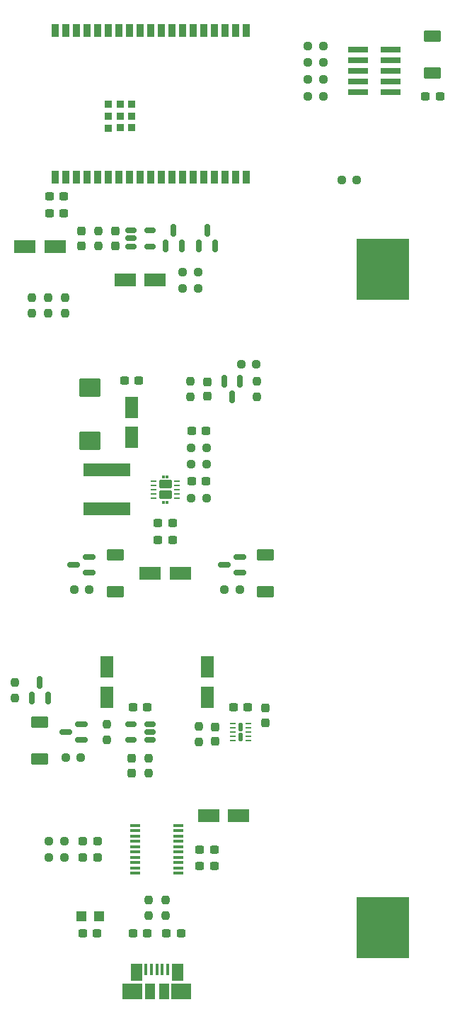
<source format=gbr>
G04 #@! TF.GenerationSoftware,KiCad,Pcbnew,8.0.5-8.0.5-0~ubuntu24.04.1*
G04 #@! TF.CreationDate,2024-10-26T16:25:55+03:00*
G04 #@! TF.ProjectId,esp32-main,65737033-322d-46d6-9169-6e2e6b696361,B*
G04 #@! TF.SameCoordinates,Original*
G04 #@! TF.FileFunction,Paste,Top*
G04 #@! TF.FilePolarity,Positive*
%FSLAX46Y46*%
G04 Gerber Fmt 4.6, Leading zero omitted, Abs format (unit mm)*
G04 Created by KiCad (PCBNEW 8.0.5-8.0.5-0~ubuntu24.04.1) date 2024-10-26 16:25:55*
%MOMM*%
%LPD*%
G01*
G04 APERTURE LIST*
G04 Aperture macros list*
%AMRoundRect*
0 Rectangle with rounded corners*
0 $1 Rounding radius*
0 $2 $3 $4 $5 $6 $7 $8 $9 X,Y pos of 4 corners*
0 Add a 4 corners polygon primitive as box body*
4,1,4,$2,$3,$4,$5,$6,$7,$8,$9,$2,$3,0*
0 Add four circle primitives for the rounded corners*
1,1,$1+$1,$2,$3*
1,1,$1+$1,$4,$5*
1,1,$1+$1,$6,$7*
1,1,$1+$1,$8,$9*
0 Add four rect primitives between the rounded corners*
20,1,$1+$1,$2,$3,$4,$5,0*
20,1,$1+$1,$4,$5,$6,$7,0*
20,1,$1+$1,$6,$7,$8,$9,0*
20,1,$1+$1,$8,$9,$2,$3,0*%
G04 Aperture macros list end*
%ADD10RoundRect,0.237500X-0.237500X0.250000X-0.237500X-0.250000X0.237500X-0.250000X0.237500X0.250000X0*%
%ADD11RoundRect,0.237500X-0.250000X-0.237500X0.250000X-0.237500X0.250000X0.237500X-0.250000X0.237500X0*%
%ADD12RoundRect,0.250000X-1.050000X-0.550000X1.050000X-0.550000X1.050000X0.550000X-1.050000X0.550000X0*%
%ADD13R,5.689600X1.600200*%
%ADD14RoundRect,0.237500X0.237500X-0.250000X0.237500X0.250000X-0.237500X0.250000X-0.237500X-0.250000X0*%
%ADD15RoundRect,0.237500X-0.300000X-0.237500X0.300000X-0.237500X0.300000X0.237500X-0.300000X0.237500X0*%
%ADD16RoundRect,0.150000X0.587500X0.150000X-0.587500X0.150000X-0.587500X-0.150000X0.587500X-0.150000X0*%
%ADD17R,0.450000X1.380000*%
%ADD18R,2.375000X1.900000*%
%ADD19R,1.475000X2.100000*%
%ADD20R,1.175000X1.900000*%
%ADD21RoundRect,0.237500X0.237500X-0.300000X0.237500X0.300000X-0.237500X0.300000X-0.237500X-0.300000X0*%
%ADD22RoundRect,0.237500X0.237500X-0.287500X0.237500X0.287500X-0.237500X0.287500X-0.237500X-0.287500X0*%
%ADD23RoundRect,0.150000X0.512500X0.150000X-0.512500X0.150000X-0.512500X-0.150000X0.512500X-0.150000X0*%
%ADD24RoundRect,0.237500X-0.237500X0.300000X-0.237500X-0.300000X0.237500X-0.300000X0.237500X0.300000X0*%
%ADD25RoundRect,0.250000X-0.550000X1.050000X-0.550000X-1.050000X0.550000X-1.050000X0.550000X1.050000X0*%
%ADD26RoundRect,0.237500X0.300000X0.237500X-0.300000X0.237500X-0.300000X-0.237500X0.300000X-0.237500X0*%
%ADD27RoundRect,0.237500X0.287500X0.237500X-0.287500X0.237500X-0.287500X-0.237500X0.287500X-0.237500X0*%
%ADD28RoundRect,0.125000X-0.125000X-0.375000X0.125000X-0.375000X0.125000X0.375000X-0.125000X0.375000X0*%
%ADD29RoundRect,0.062500X-0.287500X-0.062500X0.287500X-0.062500X0.287500X0.062500X-0.287500X0.062500X0*%
%ADD30R,2.400000X0.740000*%
%ADD31R,0.900000X0.900000*%
%ADD32R,0.900000X1.500000*%
%ADD33RoundRect,0.237500X0.250000X0.237500X-0.250000X0.237500X-0.250000X-0.237500X0.250000X-0.237500X0*%
%ADD34R,1.200000X0.400000*%
%ADD35RoundRect,0.250000X0.550000X-1.050000X0.550000X1.050000X-0.550000X1.050000X-0.550000X-1.050000X0*%
%ADD36RoundRect,0.150000X0.150000X-0.587500X0.150000X0.587500X-0.150000X0.587500X-0.150000X-0.587500X0*%
%ADD37RoundRect,0.237500X-0.237500X0.287500X-0.237500X-0.287500X0.237500X-0.287500X0.237500X0.287500X0*%
%ADD38RoundRect,0.250000X-0.800000X0.450000X-0.800000X-0.450000X0.800000X-0.450000X0.800000X0.450000X0*%
%ADD39R,1.200000X1.200000*%
%ADD40RoundRect,0.150000X-0.512500X-0.150000X0.512500X-0.150000X0.512500X0.150000X-0.512500X0.150000X0*%
%ADD41R,6.350000X7.340000*%
%ADD42RoundRect,0.250000X1.050000X0.550000X-1.050000X0.550000X-1.050000X-0.550000X1.050000X-0.550000X0*%
%ADD43RoundRect,0.250000X-1.025000X0.875000X-1.025000X-0.875000X1.025000X-0.875000X1.025000X0.875000X0*%
%ADD44RoundRect,0.150000X-0.150000X0.587500X-0.150000X-0.587500X0.150000X-0.587500X0.150000X0.587500X0*%
%ADD45RoundRect,0.025000X-0.100000X-0.145000X0.100000X-0.145000X0.100000X0.145000X-0.100000X0.145000X0*%
%ADD46RoundRect,0.106000X-0.644000X-0.424000X0.644000X-0.424000X0.644000X0.424000X-0.644000X0.424000X0*%
%ADD47RoundRect,0.060000X-0.240000X-0.060000X0.240000X-0.060000X0.240000X0.060000X-0.240000X0.060000X0*%
G04 APERTURE END LIST*
D10*
X117000000Y-72912500D03*
X117000000Y-71087500D03*
X137000000Y-122337500D03*
X137000000Y-124162500D03*
D11*
X121087500Y-126000000D03*
X122912500Y-126000000D03*
D12*
X138200000Y-133000000D03*
X141800000Y-133000000D03*
D13*
X126000000Y-96349500D03*
X126000000Y-91650500D03*
D11*
X137912500Y-95000000D03*
X136087500Y-95000000D03*
D14*
X131000000Y-127912500D03*
X131000000Y-126087500D03*
D11*
X137912500Y-89000000D03*
X136087500Y-89000000D03*
D15*
X136137500Y-93000000D03*
X137862500Y-93000000D03*
D10*
X119000000Y-71087500D03*
X119000000Y-72912500D03*
D16*
X123937500Y-103950000D03*
X123937500Y-102050000D03*
X122062500Y-103000000D03*
D17*
X130700000Y-151340000D03*
X131350000Y-151340000D03*
X132000000Y-151340000D03*
X132650000Y-151340000D03*
X133300000Y-151340000D03*
D18*
X134912500Y-154000000D03*
D19*
X134462500Y-151700000D03*
D20*
X132837500Y-154000000D03*
X131162500Y-154000000D03*
D19*
X129537500Y-151700000D03*
D18*
X129087500Y-154000000D03*
D21*
X145000000Y-120137500D03*
X145000000Y-121862500D03*
D15*
X141137500Y-120000000D03*
X142862500Y-120000000D03*
D22*
X129000000Y-126125000D03*
X129000000Y-127875000D03*
D12*
X128200000Y-69000000D03*
X131800000Y-69000000D03*
D14*
X126000000Y-123912500D03*
X126000000Y-122087500D03*
D23*
X128862500Y-123950000D03*
X128862500Y-122050000D03*
X131137500Y-122050000D03*
X131137500Y-123000000D03*
X131137500Y-123950000D03*
D11*
X143912500Y-79000000D03*
X142087500Y-79000000D03*
D24*
X123000000Y-64862500D03*
X123000000Y-63137500D03*
D10*
X133000000Y-144912500D03*
X133000000Y-143087500D03*
D25*
X129000000Y-84200000D03*
X129000000Y-87800000D03*
D10*
X136000000Y-82912500D03*
X136000000Y-81087500D03*
D26*
X119137500Y-61000000D03*
X120862500Y-61000000D03*
D15*
X133862500Y-100000000D03*
X132137500Y-100000000D03*
D14*
X125000000Y-63087500D03*
X125000000Y-64912500D03*
D27*
X124875000Y-138000000D03*
X123125000Y-138000000D03*
D28*
X142000000Y-122400000D03*
X142000000Y-123600000D03*
D29*
X141075000Y-122000000D03*
X141075000Y-122500000D03*
X141075000Y-123000000D03*
X141075000Y-123500000D03*
X141075000Y-124000000D03*
X142925000Y-124000000D03*
X142925000Y-123500000D03*
X142925000Y-123000000D03*
X142925000Y-122500000D03*
X142925000Y-122000000D03*
D30*
X156050000Y-41460000D03*
X159950000Y-41460000D03*
X156050000Y-42730000D03*
X159950000Y-42730000D03*
X156050000Y-44000000D03*
X159950000Y-44000000D03*
X156050000Y-45270000D03*
X159950000Y-45270000D03*
X156050000Y-46540000D03*
X159950000Y-46540000D03*
D31*
X129000000Y-48000000D03*
X127600000Y-48000000D03*
X126200000Y-48000000D03*
X129000000Y-49400000D03*
X127600000Y-49400000D03*
X126200000Y-49400000D03*
X129000000Y-50800000D03*
X127600000Y-50800000D03*
X126200000Y-50805000D03*
D32*
X119805000Y-39150000D03*
X121075000Y-39150000D03*
X122345000Y-39150000D03*
X123615000Y-39150000D03*
X124885000Y-39150000D03*
X126155000Y-39150000D03*
X127425000Y-39150000D03*
X128695000Y-39150000D03*
X129965000Y-39150000D03*
X131235000Y-39150000D03*
X132505000Y-39150000D03*
X133775000Y-39150000D03*
X135045000Y-39150000D03*
X136315000Y-39150000D03*
X137585000Y-39150000D03*
X138855000Y-39150000D03*
X140125000Y-39150000D03*
X141395000Y-39150000D03*
X142665000Y-39150000D03*
X142665000Y-56650000D03*
X141395000Y-56650000D03*
X140125000Y-56650000D03*
X138855000Y-56650000D03*
X137585000Y-56650000D03*
X136315000Y-56650000D03*
X135045000Y-56650000D03*
X133775000Y-56650000D03*
X132505000Y-56650000D03*
X131235000Y-56650000D03*
X129965000Y-56650000D03*
X128695000Y-56650000D03*
X127425000Y-56650000D03*
X126155000Y-56650000D03*
X124885000Y-56650000D03*
X123615000Y-56650000D03*
X122345000Y-56650000D03*
X121075000Y-56650000D03*
X119805000Y-56650000D03*
D33*
X150087500Y-47000000D03*
X151912500Y-47000000D03*
X150087500Y-45000000D03*
X151912500Y-45000000D03*
D11*
X141912500Y-106000000D03*
X140087500Y-106000000D03*
D34*
X129400000Y-134142500D03*
X129400000Y-134777500D03*
X129400000Y-135412500D03*
X129400000Y-136047500D03*
X129400000Y-136682500D03*
X129400000Y-137317500D03*
X129400000Y-137952500D03*
X129400000Y-138587500D03*
X129400000Y-139222500D03*
X129400000Y-139857500D03*
X134600000Y-139857500D03*
X134600000Y-139222500D03*
X134600000Y-138587500D03*
X134600000Y-137952500D03*
X134600000Y-137317500D03*
X134600000Y-136682500D03*
X134600000Y-136047500D03*
X134600000Y-135412500D03*
X134600000Y-134777500D03*
X134600000Y-134142500D03*
D35*
X126000000Y-115200000D03*
X126000000Y-118800000D03*
D33*
X150087500Y-43000000D03*
X151912500Y-43000000D03*
D27*
X124875000Y-136000000D03*
X123125000Y-136000000D03*
D15*
X137137500Y-137000000D03*
X138862500Y-137000000D03*
D36*
X118000000Y-117062500D03*
X118950000Y-118937500D03*
X117050000Y-118937500D03*
D37*
X138000000Y-81125000D03*
X138000000Y-82875000D03*
D11*
X136912500Y-70000000D03*
X135087500Y-70000000D03*
D15*
X130862500Y-120000000D03*
X129137500Y-120000000D03*
D33*
X119087500Y-136000000D03*
X120912500Y-136000000D03*
D26*
X124862500Y-147000000D03*
X123137500Y-147000000D03*
D10*
X131000000Y-144912500D03*
X131000000Y-143087500D03*
D26*
X129137500Y-147000000D03*
X130862500Y-147000000D03*
D38*
X118000000Y-126200000D03*
X118000000Y-121800000D03*
D11*
X123912500Y-106000000D03*
X122087500Y-106000000D03*
D36*
X133050000Y-64937500D03*
X134950000Y-64937500D03*
X134000000Y-63062500D03*
D39*
X125050000Y-145000000D03*
X122950000Y-145000000D03*
D40*
X131137500Y-63050000D03*
X131137500Y-64950000D03*
X128862500Y-64950000D03*
X128862500Y-64000000D03*
X128862500Y-63050000D03*
D33*
X135087500Y-68000000D03*
X136912500Y-68000000D03*
X151912500Y-41000000D03*
X150087500Y-41000000D03*
D15*
X128137500Y-81000000D03*
X129862500Y-81000000D03*
D11*
X155912500Y-57000000D03*
X154087500Y-57000000D03*
D38*
X165000000Y-44200000D03*
X165000000Y-39800000D03*
D26*
X137862500Y-87000000D03*
X136137500Y-87000000D03*
D36*
X137050000Y-64937500D03*
X138950000Y-64937500D03*
X138000000Y-63062500D03*
D41*
X159000000Y-67670000D03*
X159000000Y-146330000D03*
D42*
X119800000Y-65000000D03*
X116200000Y-65000000D03*
D33*
X136087500Y-91000000D03*
X137912500Y-91000000D03*
D38*
X145000000Y-101800000D03*
X145000000Y-106200000D03*
D35*
X138000000Y-118800000D03*
X138000000Y-115200000D03*
D38*
X127000000Y-101800000D03*
X127000000Y-106200000D03*
D16*
X141937500Y-103950000D03*
X141937500Y-102050000D03*
X140062500Y-103000000D03*
D24*
X139000000Y-122387500D03*
X139000000Y-124112500D03*
D16*
X121062500Y-123000000D03*
X122937500Y-122050000D03*
X122937500Y-123950000D03*
D15*
X165862500Y-47000000D03*
X164137500Y-47000000D03*
D10*
X115000000Y-117087500D03*
X115000000Y-118912500D03*
X144000000Y-82912500D03*
X144000000Y-81087500D03*
D43*
X124000000Y-81800000D03*
X124000000Y-88200000D03*
D10*
X121000000Y-72912500D03*
X121000000Y-71087500D03*
D33*
X119087500Y-138000000D03*
X120912500Y-138000000D03*
D26*
X119137500Y-59000000D03*
X120862500Y-59000000D03*
D15*
X133862500Y-98000000D03*
X132137500Y-98000000D03*
D44*
X141950000Y-81062500D03*
X140050000Y-81062500D03*
X141000000Y-82937500D03*
D15*
X137137500Y-139000000D03*
X138862500Y-139000000D03*
D21*
X127000000Y-63137500D03*
X127000000Y-64862500D03*
D12*
X134800000Y-104000000D03*
X131200000Y-104000000D03*
D15*
X133137500Y-147000000D03*
X134862500Y-147000000D03*
D45*
X132750000Y-92470000D03*
X132750000Y-95530000D03*
D46*
X133000000Y-93370000D03*
X133000000Y-94630000D03*
D45*
X133250000Y-92470000D03*
X133250000Y-95530000D03*
D47*
X131600000Y-93000000D03*
X131600000Y-93500000D03*
X131600000Y-94000000D03*
X131600000Y-94500000D03*
X131600000Y-95000000D03*
X134400000Y-95000000D03*
X134400000Y-94500000D03*
X134400000Y-94000000D03*
X134400000Y-93500000D03*
X134400000Y-93000000D03*
M02*

</source>
